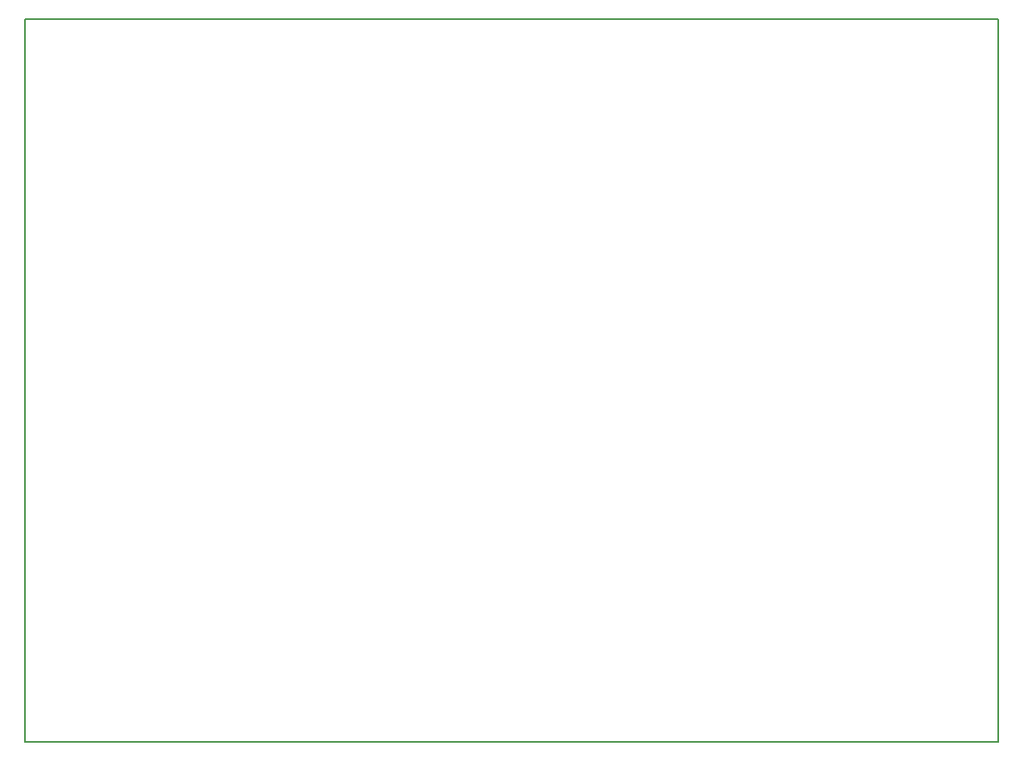
<source format=gm1>
G04 #@! TF.GenerationSoftware,KiCad,Pcbnew,6.0.5-a6ca702e91~116~ubuntu20.04.1*
G04 #@! TF.CreationDate,2022-05-31T07:59:30+02:00*
G04 #@! TF.ProjectId,PZ1_Pico,505a315f-5069-4636-9f2e-6b696361645f,rev?*
G04 #@! TF.SameCoordinates,Original*
G04 #@! TF.FileFunction,Profile,NP*
%FSLAX46Y46*%
G04 Gerber Fmt 4.6, Leading zero omitted, Abs format (unit mm)*
G04 Created by KiCad (PCBNEW 6.0.5-a6ca702e91~116~ubuntu20.04.1) date 2022-05-31 07:59:30*
%MOMM*%
%LPD*%
G01*
G04 APERTURE LIST*
G04 #@! TA.AperFunction,Profile*
%ADD10C,0.200000*%
G04 #@! TD*
G04 APERTURE END LIST*
D10*
X119380000Y-86360000D02*
X218440000Y-86360000D01*
X218440000Y-86360000D02*
X218440000Y-160020000D01*
X218440000Y-160020000D02*
X119380000Y-160020000D01*
X119380000Y-160020000D02*
X119380000Y-86360000D01*
M02*

</source>
